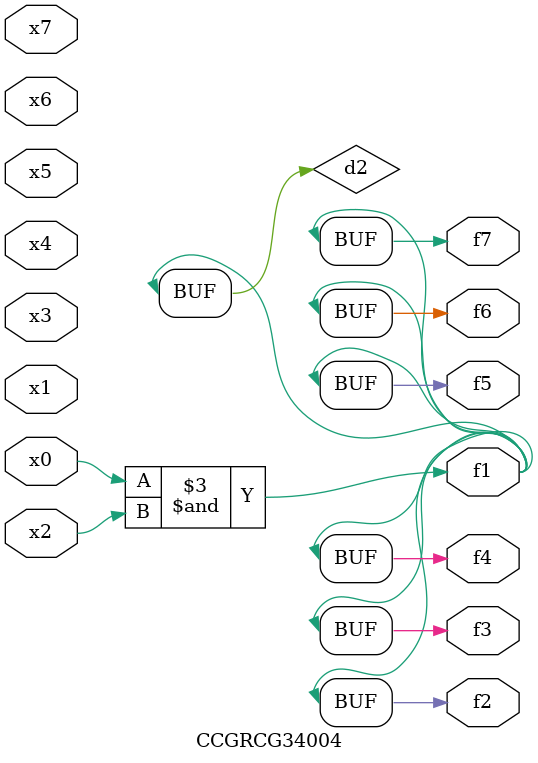
<source format=v>
module CCGRCG34004(
	input x0, x1, x2, x3, x4, x5, x6, x7,
	output f1, f2, f3, f4, f5, f6, f7
);

	wire d1, d2;

	nor (d1, x3, x6);
	and (d2, x0, x2);
	assign f1 = d2;
	assign f2 = d2;
	assign f3 = d2;
	assign f4 = d2;
	assign f5 = d2;
	assign f6 = d2;
	assign f7 = d2;
endmodule

</source>
